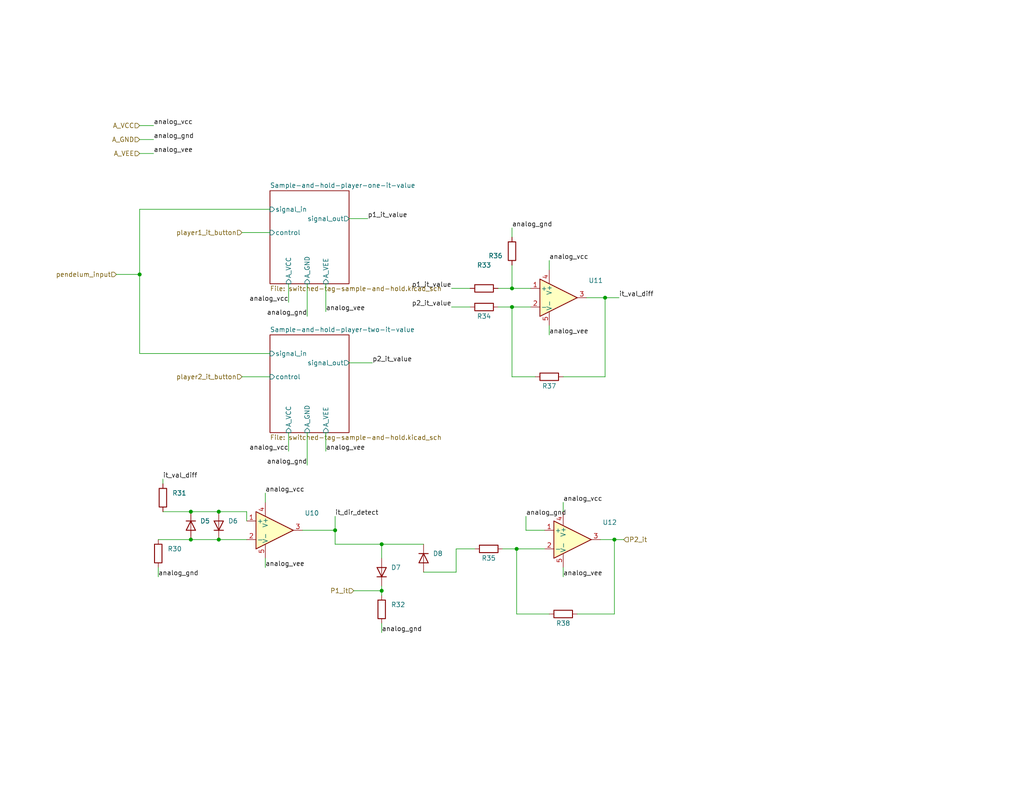
<source format=kicad_sch>
(kicad_sch (version 20211123) (generator eeschema)
  (paper "USLetter")
  (lib_symbols
    (symbol "Device:D" (pin_numbers hide) (pin_names (offset 1.016) hide)
      (property "Reference" "D" (at 0 2.54 0))
      (property "Value" "D" (at 0 -2.54 0))
      (symbol "D_0_1"
        (polyline (pts (xy -1.27 1.27) (xy -1.27 -1.27)) (stroke (width 0.254)))
        (polyline (pts (xy 1.27 0) (xy -1.27 0)))
        (polyline (pts (xy 1.27 1.27) (xy 1.27 -1.27) (xy -1.27 0) (xy 1.27 1.27)) (stroke (width 0.254)))
      )
      (symbol "D_1_1"
        (pin passive line (at -3.81 0 0) (length 2.54) (name "K") (number "1"))
        (pin passive line (at 3.81 0 180) (length 2.54) (name "A") (number "2"))
      )
    )
    (symbol "Device:R" (pin_numbers hide) (pin_names (offset 0))
      (property "Reference" "R" (at 2.032 0 90))
      (property "Value" "R" (at 0 0 90))
      (symbol "R_0_1"
        (rectangle (start -1.016 -2.54) (end 1.016 2.54) (stroke (width 0.254)))
      )
      (symbol "R_1_1"
        (pin passive line (at 0 3.81 270) (length 1.27) (name "~") (number "1"))
        (pin passive line (at 0 -3.81 90) (length 1.27) (name "~") (number "2"))
      )
    )
    (symbol "Simulation_SPICE:OPAMP" (pin_names (offset 0.254))
      (property "Reference" "U" (at 3.81 3.175 0))
      (property "Value" "OPAMP" (at 3.81 -3.175 0))
      (symbol "OPAMP_0_1"
        (polyline (pts (xy 5.08 0) (xy -5.08 5.08) (xy -5.08 -5.08) (xy 5.08 0)) (stroke (width 0.254)) (fill (type background)))
      )
      (symbol "OPAMP_1_1"
        (pin input line (at -7.62 2.54 0) (length 2.54) (name "+") (number "1"))
        (pin input line (at -7.62 -2.54 0) (length 2.54) (name "-") (number "2"))
        (pin output line (at 7.62 0 180) (length 2.54) (name "~") (number "3"))
        (pin power_in line (at -2.54 7.62 270) (length 3.81) (name "V+") (number "4"))
        (pin power_in line (at -2.54 -7.62 90) (length 3.81) (name "V-") (number "5"))
      )
    )
  )
  (junction (at 104.14 148.59))
  (junction (at 167.64 147.32))
  (junction (at 91.44 144.78))
  (junction (at 104.14 161.29))
  (junction (at 52.07 139.7))
  (junction (at 139.7 78.74))
  (junction (at 165.1 81.28))
  (junction (at 38.1 74.93))
  (junction (at 59.69 139.7))
  (junction (at 59.69 147.32))
  (junction (at 139.7 83.82))
  (junction (at 140.97 149.86))
  (junction (at 52.07 147.32))
  (wire (pts (xy 72.39 152.4) (xy 72.39 154.94)))
  (wire (pts (xy 149.86 71.12) (xy 149.86 73.66)))
  (wire (pts (xy 104.14 152.4) (xy 104.14 148.59)))
  (wire (pts (xy 149.86 167.64) (xy 140.97 167.64)))
  (wire (pts (xy 82.55 144.78) (xy 91.44 144.78)))
  (wire (pts (xy 38.1 38.1) (xy 41.91 38.1)))
  (wire (pts (xy 153.67 137.16) (xy 153.67 139.7)))
  (wire (pts (xy 135.89 78.74) (xy 139.7 78.74)))
  (wire (pts (xy 146.05 102.87) (xy 139.7 102.87)))
  (wire (pts (xy 124.46 149.86) (xy 129.54 149.86)))
  (wire (pts (xy 139.7 78.74) (xy 144.78 78.74)))
  (wire (pts (xy 149.86 88.9) (xy 149.86 91.44)))
  (wire (pts (xy 143.51 144.78) (xy 148.59 144.78)))
  (wire (pts (xy 91.44 148.59) (xy 104.14 148.59)))
  (wire (pts (xy 67.31 139.7) (xy 59.69 139.7)))
  (wire (pts (xy 165.1 102.87) (xy 165.1 81.28)))
  (wire (pts (xy 124.46 156.21) (xy 124.46 149.86)))
  (wire (pts (xy 66.04 102.87) (xy 73.66 102.87)))
  (wire (pts (xy 167.64 147.32) (xy 170.18 147.32)))
  (wire (pts (xy 140.97 167.64) (xy 140.97 149.86)))
  (wire (pts (xy 52.07 147.32) (xy 59.69 147.32)))
  (wire (pts (xy 73.66 57.15) (xy 38.1 57.15)))
  (wire (pts (xy 88.9 118.11) (xy 88.9 123.19)))
  (wire (pts (xy 52.07 139.7) (xy 59.69 139.7)))
  (wire (pts (xy 96.52 161.29) (xy 104.14 161.29)))
  (wire (pts (xy 137.16 149.86) (xy 140.97 149.86)))
  (wire (pts (xy 72.39 134.62) (xy 72.39 137.16)))
  (wire (pts (xy 139.7 102.87) (xy 139.7 83.82)))
  (wire (pts (xy 78.74 77.47) (xy 78.74 82.55)))
  (wire (pts (xy 59.69 147.32) (xy 67.31 147.32)))
  (wire (pts (xy 167.64 147.32) (xy 163.83 147.32)))
  (wire (pts (xy 123.19 83.82) (xy 128.27 83.82)))
  (wire (pts (xy 38.1 57.15) (xy 38.1 74.93)))
  (wire (pts (xy 31.75 74.93) (xy 38.1 74.93)))
  (wire (pts (xy 83.82 118.11) (xy 83.82 127)))
  (wire (pts (xy 78.74 118.11) (xy 78.74 123.19)))
  (wire (pts (xy 104.14 161.29) (xy 104.14 162.56)))
  (wire (pts (xy 91.44 140.97) (xy 91.44 144.78)))
  (wire (pts (xy 44.45 139.7) (xy 52.07 139.7)))
  (wire (pts (xy 104.14 160.02) (xy 104.14 161.29)))
  (wire (pts (xy 165.1 81.28) (xy 168.91 81.28)))
  (wire (pts (xy 43.18 147.32) (xy 52.07 147.32)))
  (wire (pts (xy 143.51 140.97) (xy 143.51 144.78)))
  (wire (pts (xy 104.14 148.59) (xy 115.57 148.59)))
  (wire (pts (xy 38.1 96.52) (xy 73.66 96.52)))
  (wire (pts (xy 123.19 78.74) (xy 128.27 78.74)))
  (wire (pts (xy 88.9 77.47) (xy 88.9 85.09)))
  (wire (pts (xy 95.25 59.69) (xy 100.33 59.69)))
  (wire (pts (xy 139.7 64.77) (xy 139.7 62.23)))
  (wire (pts (xy 66.04 63.5) (xy 73.66 63.5)))
  (wire (pts (xy 83.82 77.47) (xy 83.82 86.36)))
  (wire (pts (xy 95.25 99.06) (xy 101.6 99.06)))
  (wire (pts (xy 115.57 156.21) (xy 124.46 156.21)))
  (wire (pts (xy 67.31 142.24) (xy 67.31 139.7)))
  (wire (pts (xy 153.67 154.94) (xy 153.67 157.48)))
  (wire (pts (xy 38.1 34.29) (xy 41.91 34.29)))
  (wire (pts (xy 38.1 41.91) (xy 41.91 41.91)))
  (wire (pts (xy 167.64 167.64) (xy 167.64 147.32)))
  (wire (pts (xy 104.14 170.18) (xy 104.14 172.72)))
  (wire (pts (xy 157.48 167.64) (xy 167.64 167.64)))
  (wire (pts (xy 135.89 83.82) (xy 139.7 83.82)))
  (wire (pts (xy 140.97 149.86) (xy 148.59 149.86)))
  (wire (pts (xy 91.44 148.59) (xy 91.44 144.78)))
  (wire (pts (xy 153.67 102.87) (xy 165.1 102.87)))
  (wire (pts (xy 43.18 154.94) (xy 43.18 157.48)))
  (wire (pts (xy 139.7 72.39) (xy 139.7 78.74)))
  (wire (pts (xy 165.1 81.28) (xy 160.02 81.28)))
  (wire (pts (xy 38.1 74.93) (xy 38.1 96.52)))
  (wire (pts (xy 139.7 83.82) (xy 144.78 83.82)))
  (wire (pts (xy 44.45 132.08) (xy 44.45 130.81)))
  (label "analog_vcc" (at 78.74 123.19 180))
  (label "analog_vcc" (at 41.91 34.29 0))
  (label "it_val_diff" (at 44.45 130.81 0))
  (label "analog_vcc" (at 78.74 82.55 180))
  (label "analog_vee" (at 149.86 91.44 0))
  (label "analog_gnd" (at 43.18 157.48 0))
  (label "analog_vee" (at 153.67 157.48 0))
  (label "analog_gnd" (at 104.14 172.72 0))
  (label "analog_gnd" (at 143.51 140.97 0))
  (label "analog_gnd" (at 139.7 62.23 0))
  (label "analog_gnd" (at 41.91 38.1 0))
  (label "p1_it_value" (at 123.19 78.74 180))
  (label "p2_it_value" (at 101.6 99.06 0))
  (label "analog_vcc" (at 72.39 134.62 0))
  (label "analog_gnd" (at 83.82 127 180))
  (label "p2_it_value" (at 123.19 83.82 180))
  (label "analog_vee" (at 88.9 123.19 0))
  (label "analog_vee" (at 88.9 85.09 0))
  (label "analog_vcc" (at 149.86 71.12 0))
  (label "analog_vee" (at 72.39 154.94 0))
  (label "p1_it_value" (at 100.33 59.69 0))
  (label "it_val_diff" (at 168.91 81.28 0))
  (label "analog_vee" (at 41.91 41.91 0))
  (label "analog_gnd" (at 83.82 86.36 180))
  (label "analog_vcc" (at 153.67 137.16 0))
  (label "it_dir_detect" (at 91.44 140.97 0))
  (hierarchical_label "P2_it" (shape input) (at 170.18 147.32 0))
  (hierarchical_label "pendelum_input" (shape input) (at 31.75 74.93 180))
  (hierarchical_label "A_VEE" (shape input) (at 38.1 41.91 180))
  (hierarchical_label "A_GND" (shape input) (at 38.1 38.1 180))
  (hierarchical_label "P1_it" (shape input) (at 96.52 161.29 180))
  (hierarchical_label "A_VCC" (shape input) (at 38.1 34.29 180))
  (hierarchical_label "player2_it_button" (shape input) (at 66.04 102.87 180))
  (hierarchical_label "player1_it_button" (shape input) (at 66.04 63.5 180))
  (symbol (lib_id "Simulation_SPICE:OPAMP") (at 74.93 144.78 0) (unit 1)
    (property "Reference" "U10" (at 85.09 140.081 0))
    (property "Spice_Netlist_Enabled" "Y" (effects hide))
    (property "Spice_Primitive" "X" (effects hide))
    (property "Spice_Model" "AD8031" (effects hide))
    (property "Spice_Lib_File" "/home/pab/Inventions/analog-circuit-game-console/ms-circuit-video-games/spice-models/ad8031.mod" (effects hide))
    (property "Spice_Node_Sequence" "1 2 4 5 3" (effects hide))
  )
  (symbol (lib_id "Device:R") (at 132.08 78.74 90) (unit 1)
    (property "Reference" "R33" (at 132.08 72.39 90))
  )
  (symbol (lib_id "Device:D") (at 115.57 152.4 270) (unit 1)
    (property "Reference" "D8" (at 118.11 151.1299 90) (effects (justify left)))
    (property "Datasheet" "1n914" (effects hide))
    (property "Spice_Lib_File" "../../../../../spice-models/1N914.lib" (effects hide))
    (property "Spice_Model" "D1N914" (effects hide))
    (property "Spice_Netlist_Enabled" "Y" (effects hide))
    (property "Spice_Primitive" "D" (effects hide))
    (property "Spice_Node_Sequence" "2 1" (effects hide))
  )
  (symbol (lib_id "Device:D") (at 104.14 156.21 90) (unit 1)
    (property "Reference" "D7" (at 106.68 154.9399 90) (effects (justify right)))
    (property "Datasheet" "1n914" (effects hide))
    (property "Spice_Lib_File" "../../../../../spice-models/1N914.lib" (effects hide))
    (property "Spice_Model" "D1N914" (effects hide))
    (property "Spice_Netlist_Enabled" "Y" (effects hide))
    (property "Spice_Primitive" "D" (effects hide))
    (property "Spice_Node_Sequence" "2 1" (effects hide))
  )
  (symbol (lib_id "Simulation_SPICE:OPAMP") (at 156.21 147.32 0) (unit 1)
    (property "Reference" "U12" (at 166.37 142.621 0))
    (property "Spice_Netlist_Enabled" "Y" (effects hide))
    (property "Spice_Primitive" "X" (effects hide))
    (property "Spice_Model" "AD8031" (effects hide))
    (property "Spice_Lib_File" "/home/pab/Inventions/analog-circuit-game-console/ms-circuit-video-games/spice-models/ad8031.mod" (effects hide))
    (property "Spice_Node_Sequence" "1 2 4 5 3" (effects hide))
  )
  (symbol (lib_id "Device:R") (at 44.45 135.89 0) (unit 1)
    (property "Reference" "R31" (at 46.99 134.6199 0) (effects (justify left)))
  )
  (symbol (lib_id "Device:D") (at 52.07 143.51 270) (unit 1)
    (property "Reference" "D5" (at 54.61 142.2399 90) (effects (justify left)))
    (property "Datasheet" "1n914" (effects hide))
    (property "Spice_Lib_File" "../../../../../spice-models/1N914.lib" (effects hide))
    (property "Spice_Model" "D1N914" (effects hide))
    (property "Spice_Netlist_Enabled" "Y" (effects hide))
    (property "Spice_Primitive" "D" (effects hide))
    (property "Spice_Node_Sequence" "2 1" (effects hide))
  )
  (symbol (lib_id "Device:R") (at 104.14 166.37 0) (unit 1)
    (property "Reference" "R32" (at 106.68 165.0999 0) (effects (justify left)))
  )
  (symbol (lib_id "Simulation_SPICE:OPAMP") (at 152.4 81.28 0) (unit 1)
    (property "Reference" "U11" (at 162.56 76.581 0))
    (property "Spice_Netlist_Enabled" "Y" (effects hide))
    (property "Spice_Primitive" "X" (effects hide))
    (property "Spice_Model" "AD8031" (effects hide))
    (property "Spice_Lib_File" "/home/pab/Inventions/analog-circuit-game-console/ms-circuit-video-games/spice-models/ad8031.mod" (effects hide))
    (property "Spice_Node_Sequence" "1 2 4 5 3" (effects hide))
  )
  (symbol (lib_id "Device:R") (at 43.18 151.13 0) (unit 1)
    (property "Reference" "R30" (at 45.72 149.8599 0) (effects (justify left)))
  )
  (symbol (lib_id "Device:R") (at 149.86 102.87 90) (unit 1)
    (property "Reference" "R37" (at 149.86 105.41 90))
  )
  (symbol (lib_id "Device:R") (at 132.08 83.82 90) (unit 1)
    (property "Reference" "R34" (at 132.08 86.36 90))
  )
  (symbol (lib_id "Device:R") (at 133.35 149.86 90) (unit 1)
    (property "Reference" "R35" (at 133.35 152.4 90))
  )
  (symbol (lib_id "Device:D") (at 59.69 143.51 90) (unit 1)
    (property "Reference" "D6" (at 62.23 142.2399 90) (effects (justify right)))
    (property "Datasheet" "1n914" (effects hide))
    (property "Spice_Lib_File" "../../../../../spice-models/1N914.lib" (effects hide))
    (property "Spice_Model" "D1N914" (effects hide))
    (property "Spice_Netlist_Enabled" "Y" (effects hide))
    (property "Spice_Primitive" "D" (effects hide))
    (property "Spice_Node_Sequence" "2 1" (effects hide))
  )
  (symbol (lib_id "Device:R") (at 153.67 167.64 90) (unit 1)
    (property "Reference" "R38" (at 153.67 170.18 90))
  )
  (symbol (lib_id "Device:R") (at 139.7 68.58 180) (unit 1)
    (property "Reference" "R36" (at 137.16 69.8501 0) (effects (justify left)))
  )
  (sheet (at 73.66 91.44) (size 21.59 26.67) (stroke (width 0.1524))
    (property "Sheet name" "Sample-and-hold-player-two-it-value" (at 73.66 90.7284 0) (effects (justify left bottom)))
    (property "Sheet file" "switched-tag-sample-and-hold.kicad_sch" (at 73.66 118.6946 0) (effects (justify left top)))
    (pin "signal_out" output (at 95.25 99.06 0))
    (pin "signal_in" input (at 73.66 96.52 180))
    (pin "control" input (at 73.66 102.87 180))
    (pin "A_VCC" input (at 78.74 118.11 270))
    (pin "A_GND" input (at 83.82 118.11 270))
    (pin "A_VEE" input (at 88.9 118.11 270))
  )
  (sheet (at 73.66 52.07) (size 21.59 25.4) (stroke (width 0.1524))
    (property "Sheet name" "Sample-and-hold-player-one-it-value" (at 73.66 51.3584 0) (effects (justify left bottom)))
    (property "Sheet file" "switched-tag-sample-and-hold.kicad_sch" (at 73.66 78.0546 0) (effects (justify left top)))
    (pin "signal_out" output (at 95.25 59.69 0))
    (pin "signal_in" input (at 73.66 57.15 180))
    (pin "control" input (at 73.66 63.5 180))
    (pin "A_VCC" input (at 78.74 77.47 270))
    (pin "A_GND" input (at 83.82 77.47 270))
    (pin "A_VEE" input (at 88.9 77.47 270))
  )
)
</source>
